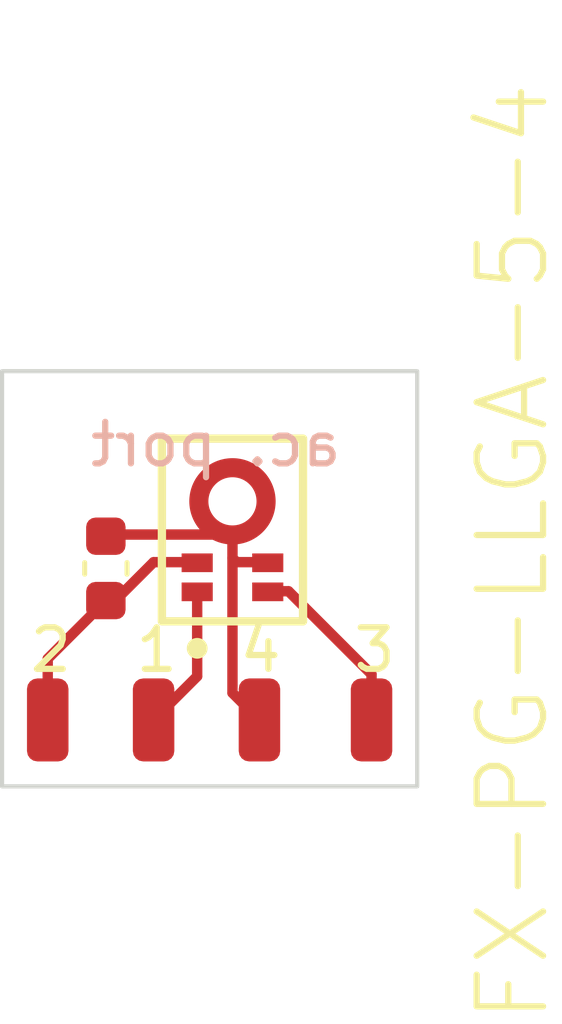
<source format=kicad_pcb>
(kicad_pcb (version 20221018) (generator pcbnew)
  (layers (0 "F.Cu" signal) (31 "B.Cu" signal) (34 "B.Paste" user) (35 "F.Paste" user) (36 "B.SilkS" user "B.Silkscreen") (37 "F.SilkS" user "F.Silkscreen") (38 "B.Mask" user) (39 "F.Mask" user) (44 "Edge.Cuts" user))
  (net 0 "")
  (footprint "Connector_Wire:SolderWirePad_1x01_SMD_1x2mm" (layer "F.Cu") (at 37.2 33.85)
    (fp_text reference "" (at 0 -2.54) (layer "F.SilkS"))
    (fp_text value "")
    (pad "2" smd roundrect (at 0 0) (size 1 2) (layers "F.Cu" "F.Paste" "F.Mask"))
  )
  (footprint "PDMMIC:IFX-PG-LLGA-5-4_2" (layer "F.Cu") (at 41.65 29.675 90)
    (fp_text reference "FX-PG-LLGA-5-4" (at -0.14 6.75 90) (layer "F.SilkS") (effects (font (size 1.6 1.6))))
    (fp_text value "")
    (fp_circle (center 1.09 0) (end 1.9 0) (stroke (width 0.46)) (fill none) (layer "F.Cu"))
    (fp_line (start -1.8 -1.7) (end 2.6 -1.7) (stroke (width 0.2)) (layer "F.SilkS"))
    (fp_line (start -1.8 1.7) (end -1.8 -1.7) (stroke (width 0.2)) (layer "F.SilkS"))
    (fp_line (start -1.8 1.7) (end 2.6 1.7) (stroke (width 0.2)) (layer "F.SilkS"))
    (fp_line (start 2.6 1.7) (end 2.6 -1.7) (stroke (width 0.2)) (layer "F.SilkS"))
    (fp_circle (center -2.45 -0.85) (end -2.325 -0.85) (stroke (width 0.25)) (fill none) (layer "F.SilkS"))
    (pad "" np_thru_hole circle (at 1.09 0 90) (size 0.8 0.8) (drill 0.8) (layers "F&B.Cu" "*.Mask"))
    (pad "1" smd rect (at -1.09 -0.85 90) (size 0.45 0.75) (layers "F.Cu" "F.Mask"))
    (pad "2" smd rect (at -0.39 -0.85 90) (size 0.45 0.75) (layers "F.Cu" "F.Mask"))
    (pad "3" smd rect (at -1.09 0.85 90) (size 0.45 0.75) (layers "F.Cu" "F.Mask"))
    (pad "4" smd rect (at -0.39 0.85 90) (size 0.45 0.75) (layers "F.Cu" "F.Mask"))
  )
  (footprint "Connector_Wire:SolderWirePad_1x01_SMD_1x2mm" (layer "F.Cu") (at 42.3 33.85)
    (fp_text reference "" (at 0 -2.54) (layer "F.SilkS"))
    (fp_text value "")
    (pad "4" smd roundrect (at 0 0) (size 1 2) (layers "F.Cu" "F.Paste" "F.Mask"))
  )
  (footprint "Connector_Wire:SolderWirePad_1x01_SMD_1x2mm" (layer "F.Cu") (at 45 33.85)
    (fp_text reference "" (at 0 -2.54) (layer "F.SilkS"))
    (fp_text value "")
    (pad "3" smd roundrect (at 0 0) (size 1 2) (layers "F.Cu" "F.Paste" "F.Mask"))
  )
  (footprint "Connector_Wire:SolderWirePad_1x01_SMD_1x2mm" (layer "F.Cu") (at 39.75 33.85)
    (fp_text reference "" (at 0 -2.54) (layer "F.SilkS"))
    (fp_text value "")
    (pad "1" smd roundrect (at 0 0) (size 1 2) (layers "F.Cu" "F.Paste" "F.Mask"))
  )
  (footprint "Capacitor_SMD:C_0603_1608Metric" (layer "F.Cu") (at 38.6 30.2 90)
    (fp_text reference "" (at 0 -1.43 90) (layer "F.SilkS"))
    (fp_text value "")
    (fp_line (start -0.14058 -0.51) (end 0.14058 -0.51) (stroke (width 0.12)) (layer "F.SilkS"))
    (fp_line (start -0.14058 0.51) (end 0.14058 0.51) (stroke (width 0.12)) (layer "F.SilkS"))
    (pad "1" smd roundrect (at 0.775 0 90) (size 0.9 0.95) (layers "F.Cu" "F.Paste" "F.Mask"))
    (pad "2" smd roundrect (at -0.775 0 90) (size 0.9 0.95) (layers "F.Cu" "F.Paste" "F.Mask"))
  )
  (gr_rect (start 36.1 25.45) (end 46.1 35.45) (stroke (width 0.1)) (fill none) (layer "Edge.Cuts"))
  (gr_text "ac. port" (at 44.35 27.8) (layer "B.SilkS") (effects (font (size 1 1)) (justify left bottom mirror)))
  (gr_text "4" (at 41.75 32.75) (layer "F.SilkS") (effects (font (size 1 1)) (justify left bottom)))
  (gr_text "2" (at 36.7 32.75) (layer "F.SilkS") (effects (font (size 1 1)) (justify left bottom)))
  (gr_text "3" (at 44.5 32.75) (layer "F.SilkS") (effects (font (size 1 1)) (justify left bottom)))
  (gr_text "1" (at 39.25 32.75) (layer "F.SilkS") (effects (font (size 1 1)) (justify left bottom)))
  (segment (start 37.2 33.85) (end 37.2 32.375) (width 0.25) (layer "F.Cu") (net 0))
  (segment (start 41.65 29.95) (end 41.75 30.05) (width 0.25) (layer "F.Cu") (net 0))
  (segment (start 38.64 29.385) (end 38.6 29.425) (width 0.25) (layer "F.Cu") (net 0))
  (segment (start 41.65 29.385) (end 38.64 29.385) (width 0.25) (layer "F.Cu") (net 0))
  (segment (start 45 33.85) (end 45 32.75) (width 0.25) (layer "F.Cu") (net 0))
  (segment (start 41.65 29.385) (end 41.65 29.95) (width 0.25) (layer "F.Cu") (net 0))
  (segment (start 37.2 32.375) (end 38.6 30.975) (width 0.25) (layer "F.Cu") (net 0))
  (segment (start 40.8 32.8) (end 40.8 30.75) (width 0.25) (layer "F.Cu") (net 0))
  (segment (start 41.65 29.95) (end 41.65 33.2) (width 0.25) (layer "F.Cu") (net 0))
  (segment (start 43 30.75) (end 42.5 30.75) (width 0.25) (layer "F.Cu") (net 0))
  (segment (start 41.75 30.05) (end 42.5 30.05) (width 0.25) (layer "F.Cu") (net 0))
  (segment (start 41.65 33.2) (end 42.3 33.85) (width 0.25) (layer "F.Cu") (net 0))
  (segment (start 39.75 30.05) (end 40.8 30.05) (width 0.25) (layer "F.Cu") (net 0))
  (segment (start 38.825 30.975) (end 39.75 30.05) (width 0.25) (layer "F.Cu") (net 0))
  (segment (start 39.75 33.85) (end 40.8 32.8) (width 0.25) (layer "F.Cu") (net 0))
  (segment (start 38.6 30.975) (end 38.825 30.975) (width 0.25) (layer "F.Cu") (net 0))
  (segment (start 45 32.75) (end 43 30.75) (width 0.25) (layer "F.Cu") (net 0))
)
</source>
